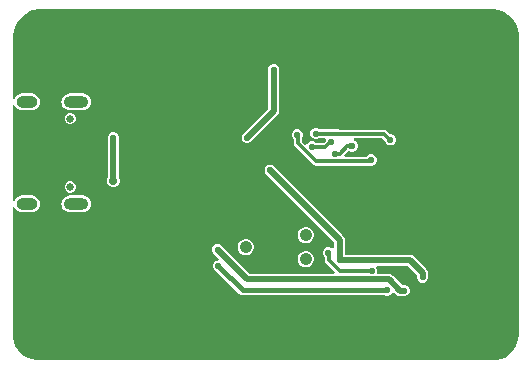
<source format=gbr>
%TF.GenerationSoftware,Altium Limited,Altium Designer,24.4.1 (13)*%
G04 Layer_Physical_Order=2*
G04 Layer_Color=16711680*
%FSLAX45Y45*%
%MOMM*%
%TF.SameCoordinates,B8B7DE2E-4358-4D64-837E-663932822D10*%
%TF.FilePolarity,Positive*%
%TF.FileFunction,Copper,L2,Bot,Signal*%
%TF.Part,Single*%
G01*
G75*
%TA.AperFunction,Conductor*%
%ADD10C,0.30000*%
%ADD31C,0.40000*%
%ADD32C,0.50000*%
%TA.AperFunction,TestPad*%
%ADD41O,2.10000X1.00000*%
%ADD42C,0.65000*%
%ADD43O,1.80000X1.00000*%
%TA.AperFunction,ViaPad*%
%ADD44C,4.00000*%
%TA.AperFunction,ComponentPad*%
%ADD45C,1.06700*%
%TA.AperFunction,ViaPad*%
%ADD46C,0.55000*%
%ADD47C,0.71120*%
%ADD48C,0.60000*%
%ADD49C,0.70000*%
G36*
X1972810Y1476476D02*
X2013198Y1459747D01*
X2049546Y1435457D01*
X2065000Y1420000D01*
X2064999Y1419999D01*
X2065000Y1420000D01*
X2067361Y1417639D01*
X2085230Y1399774D01*
X2113309Y1357758D01*
X2132648Y1311070D01*
X2142503Y1261505D01*
X2142499Y1236237D01*
X2142499D01*
X2142500Y1236237D01*
X2142499Y-1248738D01*
X2142503Y-1274005D01*
X2132647Y-1323570D01*
X2113308Y-1370258D01*
X2085230Y-1412275D01*
X2067361Y-1430139D01*
X2060000Y-1437500D01*
X2047238Y-1450265D01*
X2017223Y-1470322D01*
X1983871Y-1484137D01*
X1948464Y-1491178D01*
X1930414Y-1491176D01*
X-1918166D01*
X-1942100Y-1491177D01*
X-1989049Y-1481838D01*
X-2033275Y-1463520D01*
X-2073076Y-1436925D01*
X-2103672Y-1406328D01*
X-2125157Y-1374174D01*
X-2139955Y-1338446D01*
X-2147500Y-1300518D01*
Y-1281183D01*
Y-196581D01*
X-2132500Y-193598D01*
X-2128894Y-202302D01*
X-2117674Y-216925D01*
X-2103052Y-228145D01*
X-2086023Y-235198D01*
X-2067750Y-237604D01*
X-1987750D01*
X-1969476Y-235198D01*
X-1952448Y-228145D01*
X-1937825Y-216925D01*
X-1926605Y-202302D01*
X-1919552Y-185274D01*
X-1917146Y-167000D01*
X-1919552Y-148727D01*
X-1926605Y-131698D01*
X-1937825Y-117076D01*
X-1952448Y-105856D01*
X-1969476Y-98802D01*
X-1987750Y-96396D01*
X-2067750D01*
X-2086023Y-98802D01*
X-2103052Y-105856D01*
X-2117674Y-117076D01*
X-2128894Y-131698D01*
X-2132500Y-140403D01*
X-2147500Y-137419D01*
Y667419D01*
X-2132500Y670402D01*
X-2128894Y661698D01*
X-2117674Y647075D01*
X-2103052Y635855D01*
X-2086023Y628802D01*
X-2067750Y626396D01*
X-1987750D01*
X-1969476Y628802D01*
X-1952448Y635855D01*
X-1937825Y647075D01*
X-1926605Y661698D01*
X-1919552Y678726D01*
X-1917146Y697000D01*
X-1919552Y715273D01*
X-1926605Y732302D01*
X-1937825Y746924D01*
X-1952448Y758144D01*
X-1969476Y765198D01*
X-1987750Y767603D01*
X-2067750D01*
X-2086023Y765198D01*
X-2103052Y758144D01*
X-2117674Y746924D01*
X-2128894Y732302D01*
X-2132500Y723597D01*
X-2147500Y726581D01*
Y1226238D01*
Y1251504D01*
X-2137642Y1301066D01*
X-2118304Y1347752D01*
X-2090230Y1389769D01*
X-2072364Y1407635D01*
Y1407635D01*
X-2050196Y1429804D01*
X-2037113Y1442927D01*
X-2006322Y1463551D01*
X-1972094Y1477758D01*
X-1935748Y1485000D01*
X-1917219Y1484999D01*
X-1917218Y1484999D01*
X1908075Y1485000D01*
X1929933Y1485002D01*
X1972810Y1476476D01*
D02*
G37*
%LPC*%
G36*
X-1554750Y767603D02*
X-1664750D01*
X-1683024Y765198D01*
X-1700052Y758144D01*
X-1714674Y746924D01*
X-1725895Y732302D01*
X-1732948Y715273D01*
X-1735354Y697000D01*
X-1732948Y678726D01*
X-1725895Y661698D01*
X-1714674Y647075D01*
X-1700052Y635855D01*
X-1683024Y628802D01*
X-1664750Y626396D01*
X-1554750D01*
X-1536476Y628802D01*
X-1519448Y635855D01*
X-1504825Y647075D01*
X-1493605Y661698D01*
X-1486552Y678726D01*
X-1484146Y697000D01*
X-1486552Y715273D01*
X-1493605Y732302D01*
X-1504825Y746924D01*
X-1519448Y758144D01*
X-1536476Y765198D01*
X-1554750Y767603D01*
D02*
G37*
G36*
X-1650301Y601500D02*
X-1669198D01*
X-1686657Y594268D01*
X-1700018Y580906D01*
X-1707250Y563448D01*
Y544551D01*
X-1700018Y527093D01*
X-1686657Y513731D01*
X-1669198Y506500D01*
X-1650301D01*
X-1632843Y513731D01*
X-1619481Y527093D01*
X-1612250Y544551D01*
Y563448D01*
X-1619481Y580906D01*
X-1632843Y594268D01*
X-1650301Y601500D01*
D02*
G37*
G36*
X429448Y475000D02*
X410552D01*
X393093Y467768D01*
X379732Y454407D01*
X372500Y436948D01*
Y418052D01*
X379732Y400594D01*
X393093Y387232D01*
X410552Y380000D01*
X429448D01*
X446906Y387232D01*
X451489Y391814D01*
X497541D01*
X506587Y376814D01*
X502701Y367433D01*
X485953Y350686D01*
X416489D01*
X411906Y355268D01*
X394448Y362500D01*
X375552D01*
X358094Y355268D01*
X344732Y341906D01*
X342704Y337013D01*
X327993Y334086D01*
X302297Y359782D01*
Y390122D01*
X302769Y390594D01*
X310000Y408052D01*
Y426948D01*
X302769Y444407D01*
X289407Y457768D01*
X271948Y465000D01*
X253052D01*
X235594Y457768D01*
X222232Y444407D01*
X215000Y426948D01*
Y408052D01*
X222232Y390594D01*
X230926Y381899D01*
Y345000D01*
X233642Y331344D01*
X241378Y319766D01*
X393878Y167266D01*
X405455Y159531D01*
X419112Y156814D01*
X860614D01*
X871409Y158962D01*
X879467Y155624D01*
X898364D01*
X915822Y162855D01*
X929184Y176217D01*
X936415Y193676D01*
Y212572D01*
X929184Y230030D01*
X915822Y243392D01*
X898364Y250624D01*
X879467D01*
X862009Y243392D01*
X848647Y230030D01*
X847883Y228186D01*
X664866D01*
X658653Y243186D01*
X697669Y282201D01*
X715054Y275000D01*
X734946D01*
X753323Y282612D01*
X767388Y296677D01*
X775000Y315054D01*
Y334946D01*
X767388Y353323D01*
X753323Y367388D01*
X742637Y371814D01*
X745621Y386814D01*
X980953D01*
X1002701Y365067D01*
X1009732Y348094D01*
X1023093Y334732D01*
X1040552Y327500D01*
X1059448D01*
X1076906Y334732D01*
X1090268Y348094D01*
X1097500Y365552D01*
Y384448D01*
X1090268Y401906D01*
X1076906Y415268D01*
X1059448Y422500D01*
X1046202D01*
X1020968Y447734D01*
X1009391Y455469D01*
X995735Y458186D01*
X627962D01*
X624545Y460469D01*
X610888Y463186D01*
X451489D01*
X446906Y467768D01*
X429448Y475000D01*
D02*
G37*
G36*
X71948Y1017500D02*
X53052D01*
X35594Y1010268D01*
X22232Y996907D01*
X15000Y979448D01*
Y960552D01*
X16618Y956645D01*
Y636505D01*
X-185500Y434387D01*
X-189407Y432769D01*
X-202768Y419407D01*
X-210000Y401948D01*
Y383052D01*
X-202768Y365594D01*
X-189407Y352232D01*
X-171948Y345000D01*
X-153052D01*
X-135594Y352232D01*
X-122232Y365594D01*
X-120613Y369500D01*
X94943Y585057D01*
X104889Y599942D01*
X108382Y617500D01*
Y956645D01*
X110000Y960552D01*
Y979448D01*
X102768Y996907D01*
X89406Y1010268D01*
X71948Y1017500D01*
D02*
G37*
G36*
X-1285552Y437500D02*
X-1304448D01*
X-1321906Y430268D01*
X-1335268Y416906D01*
X-1342500Y399448D01*
Y380552D01*
X-1340881Y376645D01*
Y60192D01*
X-1342101Y58972D01*
X-1350560Y38552D01*
Y16449D01*
X-1342101Y-3972D01*
X-1326472Y-19601D01*
X-1306051Y-28060D01*
X-1283948D01*
X-1263528Y-19601D01*
X-1247898Y-3972D01*
X-1239440Y16449D01*
Y38552D01*
X-1247898Y58972D01*
X-1249118Y60192D01*
Y376645D01*
X-1247500Y380552D01*
Y399448D01*
X-1254732Y416906D01*
X-1268093Y430268D01*
X-1285552Y437500D01*
D02*
G37*
G36*
X-1650301Y23500D02*
X-1669198D01*
X-1686657Y16268D01*
X-1700018Y2907D01*
X-1707250Y-14552D01*
Y-33448D01*
X-1700018Y-50907D01*
X-1686657Y-64269D01*
X-1669198Y-71500D01*
X-1650301D01*
X-1632843Y-64269D01*
X-1619481Y-50907D01*
X-1612250Y-33448D01*
Y-14552D01*
X-1619481Y2907D01*
X-1632843Y16268D01*
X-1650301Y23500D01*
D02*
G37*
G36*
X-1554750Y-96396D02*
X-1664750D01*
X-1683024Y-98802D01*
X-1700052Y-105856D01*
X-1714674Y-117076D01*
X-1725895Y-131698D01*
X-1732948Y-148727D01*
X-1735354Y-167000D01*
X-1732948Y-185274D01*
X-1725895Y-202302D01*
X-1714674Y-216925D01*
X-1700052Y-228145D01*
X-1683024Y-235198D01*
X-1664750Y-237604D01*
X-1554750D01*
X-1536476Y-235198D01*
X-1519448Y-228145D01*
X-1504825Y-216925D01*
X-1493605Y-202302D01*
X-1486552Y-185274D01*
X-1484146Y-167000D01*
X-1486552Y-148727D01*
X-1493605Y-131698D01*
X-1504825Y-117076D01*
X-1519448Y-105856D01*
X-1536476Y-98802D01*
X-1554750Y-96396D01*
D02*
G37*
G36*
X342999Y-365050D02*
X325002D01*
X307618Y-369708D01*
X292032Y-378706D01*
X279307Y-391432D01*
X270308Y-407018D01*
X265650Y-424401D01*
Y-442398D01*
X270308Y-459782D01*
X279307Y-475368D01*
X292032Y-488094D01*
X307618Y-497092D01*
X325002Y-501750D01*
X342999D01*
X360382Y-497092D01*
X375968Y-488094D01*
X388694Y-475368D01*
X397692Y-459782D01*
X402350Y-442398D01*
Y-424401D01*
X397692Y-407018D01*
X388694Y-391432D01*
X375968Y-378706D01*
X360382Y-369708D01*
X342999Y-365050D01*
D02*
G37*
G36*
X41948Y165000D02*
X23052D01*
X5594Y157768D01*
X-7768Y144406D01*
X-15000Y126948D01*
Y108052D01*
X-7768Y90593D01*
X5594Y77231D01*
X9500Y75613D01*
X574118Y-489005D01*
Y-543230D01*
X559119Y-549444D01*
X551906Y-542232D01*
X534448Y-535000D01*
X515552D01*
X498093Y-542232D01*
X484732Y-555594D01*
X477500Y-573052D01*
Y-591948D01*
X484732Y-609406D01*
X494098Y-618772D01*
Y-643171D01*
X496814Y-656828D01*
X504550Y-668405D01*
X582763Y-746619D01*
X576550Y-761618D01*
X-140995D01*
X-370613Y-532000D01*
X-372232Y-528093D01*
X-385594Y-514732D01*
X-403052Y-507500D01*
X-421948D01*
X-439407Y-514732D01*
X-452768Y-528093D01*
X-460000Y-545552D01*
Y-564448D01*
X-452768Y-581906D01*
X-439407Y-595268D01*
X-435500Y-596887D01*
X-399886Y-632500D01*
X-406100Y-647500D01*
X-414448D01*
X-431906Y-654731D01*
X-445268Y-668093D01*
X-452500Y-685552D01*
Y-704448D01*
X-445268Y-721906D01*
X-431906Y-735268D01*
X-415692Y-741984D01*
X-228839Y-928838D01*
X-228838Y-928838D01*
X-215607Y-937679D01*
X-200000Y-940783D01*
X996837D01*
X1013052Y-947500D01*
X1031948D01*
X1049407Y-940268D01*
X1062769Y-926906D01*
X1065855Y-919455D01*
X1083549Y-915935D01*
X1102557Y-934943D01*
X1117442Y-944889D01*
X1135000Y-948382D01*
X1151645D01*
X1155552Y-950000D01*
X1174448D01*
X1191906Y-942768D01*
X1205268Y-929407D01*
X1212500Y-911948D01*
Y-893052D01*
X1205268Y-875594D01*
X1191906Y-862232D01*
X1174448Y-855000D01*
X1155552D01*
X1153314Y-855927D01*
X1072443Y-775057D01*
X1057558Y-765111D01*
X1040000Y-761618D01*
X946387D01*
X938054Y-749147D01*
X940000Y-744448D01*
Y-725552D01*
X932769Y-708094D01*
X930556Y-705881D01*
X936770Y-690882D01*
X1195995D01*
X1276618Y-771505D01*
Y-774145D01*
X1275000Y-778052D01*
Y-796948D01*
X1282232Y-814407D01*
X1295594Y-827768D01*
X1313052Y-835000D01*
X1331948D01*
X1349406Y-827768D01*
X1362768Y-814407D01*
X1370000Y-796948D01*
Y-778052D01*
X1368382Y-774145D01*
Y-752500D01*
X1364889Y-734942D01*
X1354943Y-720057D01*
X1247443Y-612557D01*
X1232558Y-602611D01*
X1215000Y-599118D01*
X665882D01*
Y-470000D01*
X662389Y-452442D01*
X652443Y-437557D01*
X74387Y140500D01*
X72768Y144406D01*
X59407Y157768D01*
X41948Y165000D01*
D02*
G37*
G36*
X-165001Y-466650D02*
X-182998D01*
X-200382Y-471308D01*
X-215968Y-480306D01*
X-228693Y-493032D01*
X-237692Y-508618D01*
X-242350Y-526001D01*
Y-543998D01*
X-237692Y-561382D01*
X-228693Y-576968D01*
X-215968Y-589694D01*
X-200382Y-598692D01*
X-182998Y-603350D01*
X-165001D01*
X-147618Y-598692D01*
X-132032Y-589694D01*
X-119306Y-576968D01*
X-110308Y-561382D01*
X-105650Y-543998D01*
Y-526001D01*
X-110308Y-508618D01*
X-119306Y-493032D01*
X-132032Y-480306D01*
X-147618Y-471308D01*
X-165001Y-466650D01*
D02*
G37*
G36*
X342999Y-568250D02*
X325002D01*
X307618Y-572908D01*
X292032Y-581906D01*
X279307Y-594632D01*
X270308Y-610218D01*
X265650Y-627601D01*
Y-645598D01*
X270308Y-662982D01*
X279307Y-678568D01*
X292032Y-691294D01*
X307618Y-700292D01*
X325002Y-704950D01*
X342999D01*
X360382Y-700292D01*
X375968Y-691294D01*
X388694Y-678568D01*
X397692Y-662982D01*
X402350Y-645598D01*
Y-627601D01*
X397692Y-610218D01*
X388694Y-594632D01*
X375968Y-581906D01*
X360382Y-572908D01*
X342999Y-568250D01*
D02*
G37*
%LPD*%
D10*
X529783Y-643171D02*
Y-587283D01*
X525000Y-582500D02*
X529783Y-587283D01*
X266612Y345000D02*
Y413389D01*
X262500Y417500D02*
X266612Y413389D01*
X621612Y-735000D02*
X892500D01*
X529783Y-643171D02*
X621612Y-735000D01*
X884132Y198340D02*
X888916Y203124D01*
X866454Y198340D02*
X884132D01*
X860614Y192500D02*
X866454Y198340D01*
X419112Y192500D02*
X860614D01*
X577515Y255015D02*
X620015D01*
X577500Y255000D02*
X577515Y255015D01*
X719467Y319467D02*
X725000Y325000D01*
X620015Y255015D02*
X684467Y319467D01*
X719467D01*
X266612Y345000D02*
X419112Y192500D01*
X420000Y427500D02*
X610888D01*
X615888Y422500D01*
X500735Y315000D02*
X543235Y357500D01*
X550000D01*
X385000Y315000D02*
X500735D01*
X1043235Y375000D02*
X1050000D01*
X615888Y422500D02*
X995735D01*
X1043235Y375000D01*
D31*
X-200000Y-900000D02*
X1022500D01*
X-405000Y-695000D02*
X-200000Y-900000D01*
D32*
X-1295000Y27500D02*
Y390000D01*
X32500Y117500D02*
X620000Y-470000D01*
Y-645000D02*
Y-470000D01*
X1135000Y-902500D02*
X1165000D01*
X1040000Y-807500D02*
X1135000Y-902500D01*
X-160000Y-807500D02*
X1040000D01*
X-412500Y-555000D02*
X-160000Y-807500D01*
X1322500Y-787500D02*
Y-752500D01*
X1215000Y-645000D02*
X1322500Y-752500D01*
X620000Y-645000D02*
X1215000D01*
X62500Y617500D02*
Y970000D01*
X-162500Y392500D02*
X62500Y617500D01*
D41*
X-1609750Y-167000D02*
D03*
Y697000D02*
D03*
D42*
X-1659750Y554000D02*
D03*
Y-24000D02*
D03*
D43*
X-2027750Y697000D02*
D03*
Y-167000D02*
D03*
D44*
X-1900000Y1250000D02*
D03*
Y-1250000D02*
D03*
X1900000D02*
D03*
Y1250000D02*
D03*
D45*
X334000Y-636600D02*
D03*
Y-433400D02*
D03*
X-174000Y-535000D02*
D03*
D46*
X-387500Y-285000D02*
D03*
X-1295000Y390000D02*
D03*
X-1302984Y-472386D02*
D03*
X-70700Y1175700D02*
D03*
X1772500Y-35000D02*
D03*
X1197500Y-1122500D02*
D03*
X-1545000Y1127500D02*
D03*
X525000Y-582500D02*
D03*
X32500Y117500D02*
D03*
X-405000Y-970000D02*
D03*
X272500Y157500D02*
D03*
X262500Y417500D02*
D03*
X875000Y982500D02*
D03*
X1075000Y222500D02*
D03*
X1492520Y-767878D02*
D03*
X1260000Y-325000D02*
D03*
X1165000Y-902500D02*
D03*
X1022500Y-900000D02*
D03*
X-412500Y-555000D02*
D03*
X-405000Y-695000D02*
D03*
X1322500Y-787500D02*
D03*
X892500Y-735000D02*
D03*
X620000Y-645000D02*
D03*
X62500Y970000D02*
D03*
X-162500Y392500D02*
D03*
X577500Y255000D02*
D03*
X550000Y357500D02*
D03*
X420000Y427500D02*
D03*
X385000Y315000D02*
D03*
X888916Y203124D02*
D03*
X1050000Y375000D02*
D03*
D47*
X-1295000Y27500D02*
D03*
D48*
X725000Y325000D02*
D03*
D49*
X-150000Y750000D02*
D03*
%TF.MD5,8a0534c849fc902233ba98fb4652786a*%
M02*

</source>
